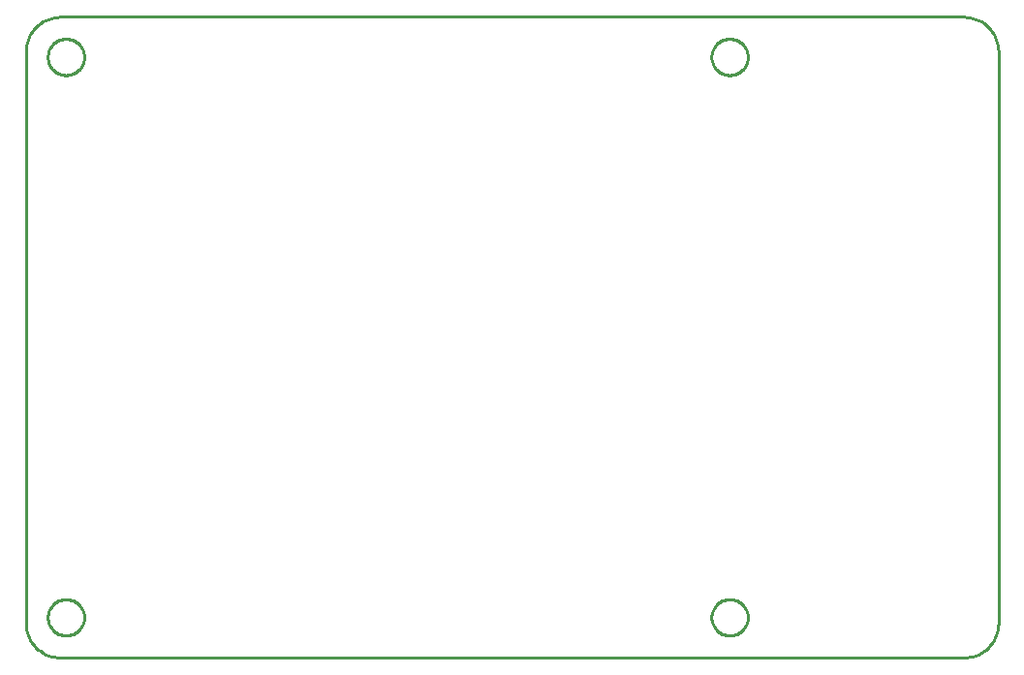
<source format=gbr>
G04 EAGLE Gerber RS-274X export*
G75*
%MOMM*%
%FSLAX34Y34*%
%LPD*%
%IN*%
%IPPOS*%
%AMOC8*
5,1,8,0,0,1.08239X$1,22.5*%
G01*
%ADD10C,0.254000*%


D10*
X-425000Y-249999D02*
X-424886Y-252614D01*
X-424544Y-255209D01*
X-423978Y-257764D01*
X-423191Y-260260D01*
X-422189Y-262678D01*
X-420981Y-264999D01*
X-419574Y-267207D01*
X-417981Y-269283D01*
X-416213Y-271213D01*
X-414284Y-272981D01*
X-412207Y-274574D01*
X-410000Y-275980D01*
X-407678Y-277189D01*
X-405261Y-278190D01*
X-402764Y-278977D01*
X-400209Y-279544D01*
X-397615Y-279885D01*
X-395000Y-279999D01*
X395000Y-279999D01*
X397615Y-279885D01*
X400209Y-279544D01*
X402764Y-278977D01*
X405261Y-278190D01*
X407678Y-277189D01*
X410000Y-275980D01*
X412207Y-274574D01*
X414284Y-272981D01*
X416213Y-271213D01*
X417981Y-269283D01*
X419574Y-267207D01*
X420981Y-264999D01*
X422189Y-262678D01*
X423191Y-260260D01*
X423978Y-257764D01*
X424544Y-255209D01*
X424886Y-252614D01*
X425000Y-249999D01*
X425000Y249999D01*
X424886Y252614D01*
X424544Y255209D01*
X423978Y257764D01*
X423191Y260260D01*
X422189Y262678D01*
X420981Y264999D01*
X419574Y267207D01*
X417981Y269283D01*
X416213Y271213D01*
X414284Y272981D01*
X412207Y274574D01*
X410000Y275980D01*
X407678Y277189D01*
X405261Y278190D01*
X402764Y278977D01*
X400209Y279544D01*
X397615Y279885D01*
X395000Y279999D01*
X-395000Y279999D01*
X-397615Y279885D01*
X-400209Y279544D01*
X-402764Y278977D01*
X-405261Y278190D01*
X-407678Y277189D01*
X-410000Y275980D01*
X-412207Y274574D01*
X-414284Y272981D01*
X-416213Y271213D01*
X-417981Y269283D01*
X-419574Y267207D01*
X-420981Y264999D01*
X-422189Y262678D01*
X-423191Y260260D01*
X-423978Y257764D01*
X-424544Y255209D01*
X-424886Y252614D01*
X-425000Y249999D01*
X-425000Y-249999D01*
X-374124Y244480D02*
X-374192Y243443D01*
X-374328Y242413D01*
X-374531Y241393D01*
X-374800Y240389D01*
X-375134Y239405D01*
X-375532Y238445D01*
X-375991Y237513D01*
X-376511Y236612D01*
X-377088Y235748D01*
X-377721Y234924D01*
X-378406Y234142D01*
X-379141Y233407D01*
X-379923Y232722D01*
X-380747Y232089D01*
X-381612Y231512D01*
X-382512Y230992D01*
X-383444Y230532D01*
X-384404Y230135D01*
X-385388Y229800D01*
X-386392Y229531D01*
X-387412Y229329D01*
X-388442Y229193D01*
X-389480Y229125D01*
X-390519Y229125D01*
X-391556Y229193D01*
X-392587Y229329D01*
X-393606Y229531D01*
X-394610Y229800D01*
X-395594Y230135D01*
X-396554Y230532D01*
X-397487Y230992D01*
X-398387Y231512D01*
X-399251Y232089D01*
X-400076Y232722D01*
X-400857Y233407D01*
X-401592Y234142D01*
X-402277Y234924D01*
X-402910Y235748D01*
X-403488Y236612D01*
X-404007Y237513D01*
X-404467Y238445D01*
X-404865Y239405D01*
X-405199Y240389D01*
X-405468Y241393D01*
X-405671Y242413D01*
X-405806Y243443D01*
X-405874Y244480D01*
X-405874Y245520D01*
X-405806Y246557D01*
X-405671Y247587D01*
X-405468Y248607D01*
X-405199Y249611D01*
X-404865Y250595D01*
X-404467Y251555D01*
X-404007Y252487D01*
X-403488Y253388D01*
X-402910Y254252D01*
X-402277Y255076D01*
X-401592Y255858D01*
X-400857Y256593D01*
X-400076Y257278D01*
X-399251Y257911D01*
X-398387Y258488D01*
X-397487Y259008D01*
X-396554Y259468D01*
X-395594Y259866D01*
X-394610Y260200D01*
X-393606Y260469D01*
X-392587Y260671D01*
X-391556Y260807D01*
X-390519Y260875D01*
X-389480Y260875D01*
X-388442Y260807D01*
X-387412Y260671D01*
X-386392Y260469D01*
X-385388Y260200D01*
X-384404Y259866D01*
X-383444Y259468D01*
X-382512Y259008D01*
X-381612Y258488D01*
X-380747Y257911D01*
X-379923Y257278D01*
X-379141Y256593D01*
X-378406Y255858D01*
X-377721Y255076D01*
X-377088Y254252D01*
X-376511Y253388D01*
X-375991Y252487D01*
X-375532Y251555D01*
X-375134Y250595D01*
X-374800Y249611D01*
X-374531Y248607D01*
X-374328Y247587D01*
X-374192Y246557D01*
X-374124Y245520D01*
X-374124Y244480D01*
X205875Y244480D02*
X205807Y243443D01*
X205671Y242413D01*
X205468Y241393D01*
X205199Y240389D01*
X204865Y239405D01*
X204468Y238445D01*
X204008Y237513D01*
X203488Y236612D01*
X202911Y235748D01*
X202278Y234924D01*
X201593Y234142D01*
X200858Y233407D01*
X200076Y232722D01*
X199252Y232089D01*
X198387Y231512D01*
X197487Y230992D01*
X196555Y230532D01*
X195595Y230135D01*
X194611Y229800D01*
X193607Y229531D01*
X192587Y229329D01*
X191557Y229193D01*
X190520Y229125D01*
X189480Y229125D01*
X188443Y229193D01*
X187413Y229329D01*
X186393Y229531D01*
X185389Y229800D01*
X184405Y230135D01*
X183445Y230532D01*
X182512Y230992D01*
X181612Y231512D01*
X180748Y232089D01*
X179924Y232722D01*
X179142Y233407D01*
X178407Y234142D01*
X177722Y234924D01*
X177089Y235748D01*
X176512Y236612D01*
X175992Y237513D01*
X175532Y238445D01*
X175134Y239405D01*
X174800Y240389D01*
X174531Y241393D01*
X174329Y242413D01*
X174193Y243443D01*
X174125Y244480D01*
X174125Y245520D01*
X174193Y246557D01*
X174329Y247587D01*
X174531Y248607D01*
X174800Y249611D01*
X175134Y250595D01*
X175532Y251555D01*
X175992Y252487D01*
X176512Y253388D01*
X177089Y254252D01*
X177722Y255076D01*
X178407Y255858D01*
X179142Y256593D01*
X179924Y257278D01*
X180748Y257911D01*
X181612Y258488D01*
X182512Y259008D01*
X183445Y259468D01*
X184405Y259866D01*
X185389Y260200D01*
X186393Y260469D01*
X187413Y260671D01*
X188443Y260807D01*
X189480Y260875D01*
X190520Y260875D01*
X191557Y260807D01*
X192587Y260671D01*
X193607Y260469D01*
X194611Y260200D01*
X195595Y259866D01*
X196555Y259468D01*
X197487Y259008D01*
X198387Y258488D01*
X199252Y257911D01*
X200076Y257278D01*
X200858Y256593D01*
X201593Y255858D01*
X202278Y255076D01*
X202911Y254252D01*
X203488Y253388D01*
X204008Y252487D01*
X204468Y251555D01*
X204865Y250595D01*
X205199Y249611D01*
X205468Y248607D01*
X205671Y247587D01*
X205807Y246557D01*
X205875Y245520D01*
X205875Y244480D01*
X205875Y-245520D02*
X205807Y-246557D01*
X205671Y-247587D01*
X205468Y-248607D01*
X205199Y-249611D01*
X204865Y-250595D01*
X204468Y-251555D01*
X204008Y-252487D01*
X203488Y-253388D01*
X202911Y-254252D01*
X202278Y-255076D01*
X201593Y-255858D01*
X200858Y-256593D01*
X200076Y-257278D01*
X199252Y-257911D01*
X198387Y-258488D01*
X197487Y-259008D01*
X196555Y-259468D01*
X195595Y-259866D01*
X194611Y-260200D01*
X193607Y-260469D01*
X192587Y-260671D01*
X191557Y-260807D01*
X190520Y-260875D01*
X189480Y-260875D01*
X188443Y-260807D01*
X187413Y-260671D01*
X186393Y-260469D01*
X185389Y-260200D01*
X184405Y-259866D01*
X183445Y-259468D01*
X182512Y-259008D01*
X181612Y-258488D01*
X180748Y-257911D01*
X179924Y-257278D01*
X179142Y-256593D01*
X178407Y-255858D01*
X177722Y-255076D01*
X177089Y-254252D01*
X176512Y-253388D01*
X175992Y-252487D01*
X175532Y-251555D01*
X175134Y-250595D01*
X174800Y-249611D01*
X174531Y-248607D01*
X174329Y-247587D01*
X174193Y-246557D01*
X174125Y-245520D01*
X174125Y-244480D01*
X174193Y-243443D01*
X174329Y-242413D01*
X174531Y-241393D01*
X174800Y-240389D01*
X175134Y-239405D01*
X175532Y-238445D01*
X175992Y-237513D01*
X176512Y-236612D01*
X177089Y-235748D01*
X177722Y-234924D01*
X178407Y-234142D01*
X179142Y-233407D01*
X179924Y-232722D01*
X180748Y-232089D01*
X181612Y-231512D01*
X182512Y-230992D01*
X183445Y-230532D01*
X184405Y-230135D01*
X185389Y-229800D01*
X186393Y-229531D01*
X187413Y-229329D01*
X188443Y-229193D01*
X189480Y-229125D01*
X190520Y-229125D01*
X191557Y-229193D01*
X192587Y-229329D01*
X193607Y-229531D01*
X194611Y-229800D01*
X195595Y-230135D01*
X196555Y-230532D01*
X197487Y-230992D01*
X198387Y-231512D01*
X199252Y-232089D01*
X200076Y-232722D01*
X200858Y-233407D01*
X201593Y-234142D01*
X202278Y-234924D01*
X202911Y-235748D01*
X203488Y-236612D01*
X204008Y-237513D01*
X204468Y-238445D01*
X204865Y-239405D01*
X205199Y-240389D01*
X205468Y-241393D01*
X205671Y-242413D01*
X205807Y-243443D01*
X205875Y-244480D01*
X205875Y-245520D01*
X-374124Y-245520D02*
X-374192Y-246557D01*
X-374328Y-247587D01*
X-374531Y-248607D01*
X-374800Y-249611D01*
X-375134Y-250595D01*
X-375532Y-251555D01*
X-375991Y-252487D01*
X-376511Y-253388D01*
X-377088Y-254252D01*
X-377721Y-255076D01*
X-378406Y-255858D01*
X-379141Y-256593D01*
X-379923Y-257278D01*
X-380747Y-257911D01*
X-381612Y-258488D01*
X-382512Y-259008D01*
X-383444Y-259468D01*
X-384404Y-259866D01*
X-385388Y-260200D01*
X-386392Y-260469D01*
X-387412Y-260671D01*
X-388442Y-260807D01*
X-389480Y-260875D01*
X-390519Y-260875D01*
X-391556Y-260807D01*
X-392587Y-260671D01*
X-393606Y-260469D01*
X-394610Y-260200D01*
X-395594Y-259866D01*
X-396554Y-259468D01*
X-397487Y-259008D01*
X-398387Y-258488D01*
X-399251Y-257911D01*
X-400076Y-257278D01*
X-400857Y-256593D01*
X-401592Y-255858D01*
X-402277Y-255076D01*
X-402910Y-254252D01*
X-403488Y-253388D01*
X-404007Y-252487D01*
X-404467Y-251555D01*
X-404865Y-250595D01*
X-405199Y-249611D01*
X-405468Y-248607D01*
X-405671Y-247587D01*
X-405806Y-246557D01*
X-405874Y-245520D01*
X-405874Y-244480D01*
X-405806Y-243443D01*
X-405671Y-242413D01*
X-405468Y-241393D01*
X-405199Y-240389D01*
X-404865Y-239405D01*
X-404467Y-238445D01*
X-404007Y-237513D01*
X-403488Y-236612D01*
X-402910Y-235748D01*
X-402277Y-234924D01*
X-401592Y-234142D01*
X-400857Y-233407D01*
X-400076Y-232722D01*
X-399251Y-232089D01*
X-398387Y-231512D01*
X-397487Y-230992D01*
X-396554Y-230532D01*
X-395594Y-230135D01*
X-394610Y-229800D01*
X-393606Y-229531D01*
X-392587Y-229329D01*
X-391556Y-229193D01*
X-390519Y-229125D01*
X-389480Y-229125D01*
X-388442Y-229193D01*
X-387412Y-229329D01*
X-386392Y-229531D01*
X-385388Y-229800D01*
X-384404Y-230135D01*
X-383444Y-230532D01*
X-382512Y-230992D01*
X-381612Y-231512D01*
X-380747Y-232089D01*
X-379923Y-232722D01*
X-379141Y-233407D01*
X-378406Y-234142D01*
X-377721Y-234924D01*
X-377088Y-235748D01*
X-376511Y-236612D01*
X-375991Y-237513D01*
X-375532Y-238445D01*
X-375134Y-239405D01*
X-374800Y-240389D01*
X-374531Y-241393D01*
X-374328Y-242413D01*
X-374192Y-243443D01*
X-374124Y-244480D01*
X-374124Y-245520D01*
M02*

</source>
